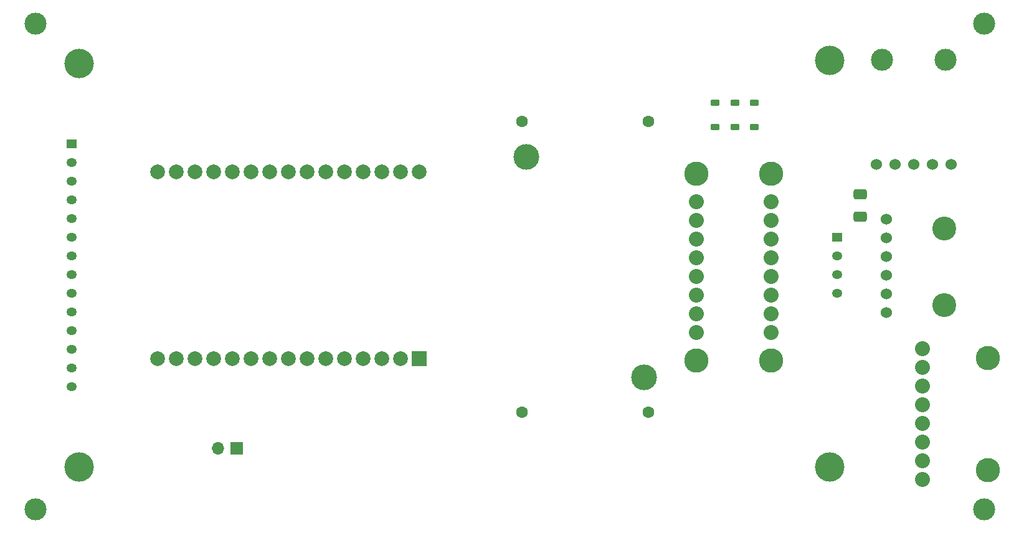
<source format=gbr>
%TF.GenerationSoftware,KiCad,Pcbnew,8.0.2*%
%TF.CreationDate,2025-01-22T20:51:24-08:00*%
%TF.ProjectId,mini_weather_monitor,6d696e69-5f77-4656-9174-6865725f6d6f,rev?*%
%TF.SameCoordinates,Original*%
%TF.FileFunction,Soldermask,Bot*%
%TF.FilePolarity,Negative*%
%FSLAX46Y46*%
G04 Gerber Fmt 4.6, Leading zero omitted, Abs format (unit mm)*
G04 Created by KiCad (PCBNEW 8.0.2) date 2025-01-22 20:51:24*
%MOMM*%
%LPD*%
G01*
G04 APERTURE LIST*
G04 Aperture macros list*
%AMRoundRect*
0 Rectangle with rounded corners*
0 $1 Rounding radius*
0 $2 $3 $4 $5 $6 $7 $8 $9 X,Y pos of 4 corners*
0 Add a 4 corners polygon primitive as box body*
4,1,4,$2,$3,$4,$5,$6,$7,$8,$9,$2,$3,0*
0 Add four circle primitives for the rounded corners*
1,1,$1+$1,$2,$3*
1,1,$1+$1,$4,$5*
1,1,$1+$1,$6,$7*
1,1,$1+$1,$8,$9*
0 Add four rect primitives between the rounded corners*
20,1,$1+$1,$2,$3,$4,$5,0*
20,1,$1+$1,$4,$5,$6,$7,0*
20,1,$1+$1,$6,$7,$8,$9,0*
20,1,$1+$1,$8,$9,$2,$3,0*%
G04 Aperture macros list end*
%ADD10C,3.250000*%
%ADD11C,1.524000*%
%ADD12C,3.000000*%
%ADD13C,4.000000*%
%ADD14R,1.400000X1.200000*%
%ADD15O,1.400000X1.200000*%
%ADD16C,1.600000*%
%ADD17C,3.500000*%
%ADD18RoundRect,0.225000X-0.375000X0.225000X-0.375000X-0.225000X0.375000X-0.225000X0.375000X0.225000X0*%
%ADD19R,1.700000X1.700000*%
%ADD20O,1.700000X1.700000*%
%ADD21C,2.032000*%
%ADD22C,3.301600*%
%ADD23R,2.000000X2.000000*%
%ADD24C,2.000000*%
%ADD25RoundRect,0.250000X0.650000X-0.412500X0.650000X0.412500X-0.650000X0.412500X-0.650000X-0.412500X0*%
G04 APERTURE END LIST*
D10*
%TO.C,U2_BME280*%
X192571000Y-94824000D03*
X192571000Y-105238000D03*
D11*
X184697000Y-93554000D03*
X184697000Y-96094000D03*
X184697000Y-98634000D03*
X184697000Y-101174000D03*
X184697000Y-103714000D03*
X184697000Y-106254000D03*
%TD*%
D12*
%TO.C,H1*%
X69000000Y-67000000D03*
%TD*%
%TO.C,H2*%
X198000000Y-67000000D03*
%TD*%
%TO.C,H4*%
X198000000Y-133000000D03*
%TD*%
%TO.C,U3_BH1750*%
X184102000Y-71851000D03*
X192738000Y-71851000D03*
D11*
X183340000Y-86075000D03*
X185880000Y-86075000D03*
X188420000Y-86075000D03*
X190960000Y-86075000D03*
X193500000Y-86075000D03*
%TD*%
D13*
%TO.C,U2*%
X74900000Y-72350000D03*
X74900000Y-127230000D03*
X176940000Y-71930000D03*
X176940000Y-127250000D03*
D14*
X73900000Y-83290000D03*
D15*
X73900000Y-85830000D03*
X73900000Y-88370000D03*
X73900000Y-90910000D03*
X73900000Y-93450000D03*
X73900000Y-95990000D03*
X73900000Y-98530000D03*
X73900000Y-101070000D03*
X73900000Y-103610000D03*
X73900000Y-106150000D03*
X73900000Y-108690000D03*
X73900000Y-111230000D03*
X73900000Y-113770000D03*
X73900000Y-116310000D03*
D14*
X177940000Y-95990000D03*
D15*
X177940000Y-98530000D03*
X177940000Y-101070000D03*
X177940000Y-103610000D03*
%TD*%
D12*
%TO.C,H3*%
X69000000Y-133000000D03*
%TD*%
D16*
%TO.C,U1*%
X135175500Y-80300500D03*
X152323500Y-80300500D03*
X135175500Y-119797500D03*
X152323500Y-119797500D03*
D17*
X135750000Y-85063000D03*
X151752000Y-115035000D03*
%TD*%
D18*
%TO.C,D1*%
X161400000Y-77750000D03*
X161400000Y-81050000D03*
%TD*%
D19*
%TO.C,J1*%
X96400000Y-124700000D03*
D20*
X93860000Y-124700000D03*
%TD*%
D21*
%TO.C,adafruit_type_c_breakout_rev_b1*%
X189550000Y-111160000D03*
X189550000Y-113700000D03*
X189550000Y-116240000D03*
X189550000Y-118780000D03*
X189550000Y-121320000D03*
X189550000Y-123860000D03*
X189550000Y-126400000D03*
X189550000Y-128940000D03*
D22*
X198440000Y-127670000D03*
X198440000Y-112430000D03*
%TD*%
D23*
%TO.C,U_ESP32_DEVKIT_V1*%
X121165000Y-112500000D03*
D24*
X118625000Y-112500000D03*
X116085000Y-112500000D03*
X113545000Y-112500000D03*
X111005000Y-112500000D03*
X108465000Y-112500000D03*
X105925000Y-112500000D03*
X103385000Y-112500000D03*
X100845000Y-112500000D03*
X98305000Y-112500000D03*
X95765000Y-112500000D03*
X93225000Y-112500000D03*
X90685000Y-112500000D03*
X88145000Y-112500000D03*
X85605000Y-112500000D03*
X85605000Y-87100000D03*
X88145000Y-87100000D03*
X90685000Y-87100000D03*
X93225000Y-87100000D03*
X95765000Y-87100000D03*
X98305000Y-87100000D03*
X100845000Y-87100000D03*
X103385000Y-87100000D03*
X105925000Y-87100000D03*
X108465000Y-87100000D03*
X111005000Y-87100000D03*
X113545000Y-87100000D03*
X116085000Y-87100000D03*
X118625000Y-87100000D03*
X121165000Y-87100000D03*
%TD*%
D18*
%TO.C,D3*%
X166700000Y-77750000D03*
X166700000Y-81050000D03*
%TD*%
D25*
%TO.C,C4*%
X181150000Y-93250000D03*
X181150000Y-90125000D03*
%TD*%
D18*
%TO.C,D2*%
X164050000Y-77750000D03*
X164050000Y-81050000D03*
%TD*%
D21*
%TO.C,adafruit_type_c_vertical_breakout1*%
X158830000Y-91190000D03*
X158830000Y-93730000D03*
X158830000Y-96270000D03*
X158830000Y-98810000D03*
X158830000Y-101350000D03*
X158830000Y-103890000D03*
X158830000Y-106430000D03*
X158830000Y-108970000D03*
X168990000Y-91190000D03*
X168990000Y-93730000D03*
X168990000Y-96270000D03*
X168990000Y-98810000D03*
X168990000Y-101350000D03*
X168990000Y-103890000D03*
X168990000Y-106430000D03*
X168990000Y-108970000D03*
D22*
X158830000Y-112780000D03*
X168990000Y-112780000D03*
X158830000Y-87380000D03*
X168990000Y-87380000D03*
%TD*%
M02*

</source>
